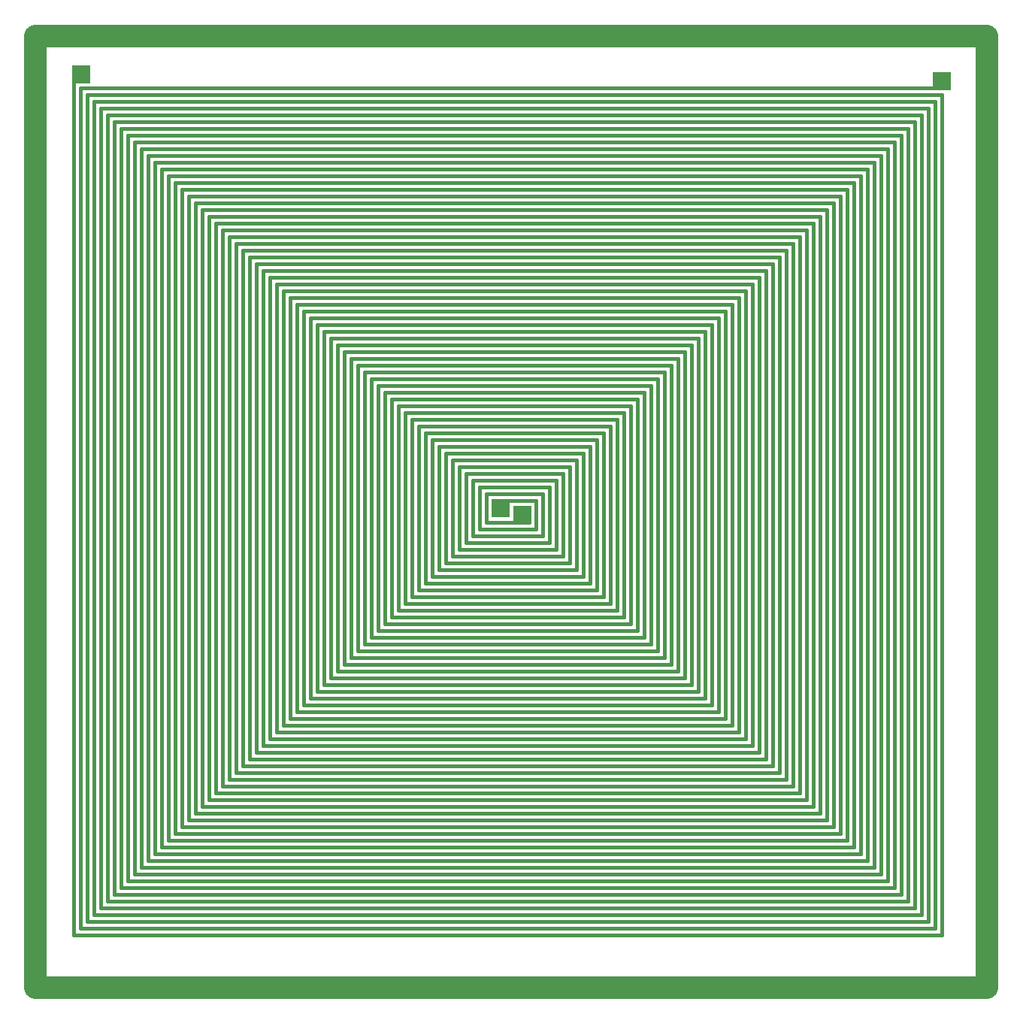
<source format=gbr>
G04 start of page 2 for group 0 idx 0 *
G04 Title: (unknown), component *
G04 Creator: pcb 1.99y *
G04 CreationDate: Mon Mar  9 18:38:30 2009 UTC *
G04 For: dj *
G04 Format: Gerber/RS-274X *
G04 PCB-Dimensions: 432000 432000 *
G04 PCB-Coordinate-Origin: lower left *
%MOIN*%
%FSLAX25Y25*%
%LNFRONT*%
%ADD11C,0.0150*%
%ADD12C,0.1000*%
%ADD13C,0.0200*%
%ADD14C,0.0300*%
G54D11*X199000Y205250D02*Y229750D01*
X196000Y202250D02*Y232750D01*
X193000Y199250D02*Y235750D01*
X190000Y196250D02*Y238750D01*
X187000Y193250D02*Y241750D01*
X184000Y190250D02*Y244750D01*
X181000Y187250D02*Y247750D01*
X178000Y184250D02*Y250750D01*
X175000Y181250D02*Y253750D01*
X172000Y178250D02*Y256750D01*
X169000Y175250D02*Y259750D01*
X166000Y172250D02*Y262750D01*
X163000Y169250D02*Y265750D01*
X160000Y166250D02*Y268750D01*
X157000Y163250D02*Y271750D01*
X154000Y160250D02*Y274750D01*
X151000Y157250D02*Y277750D01*
X148000Y154250D02*Y280750D01*
X145000Y151250D02*Y283750D01*
X142000Y148250D02*Y286750D01*
X139000Y145250D02*Y289750D01*
X136000Y142250D02*Y292750D01*
X133000Y139250D02*Y295750D01*
X130000Y136250D02*Y298750D01*
X127000Y133250D02*Y301750D01*
X124000Y130250D02*Y304750D01*
X121000Y127250D02*Y307750D01*
X118000Y124250D02*Y310750D01*
X115000Y121250D02*Y313750D01*
X112000Y118250D02*Y316750D01*
X109000Y115250D02*Y319750D01*
X106000Y112250D02*Y322750D01*
X103000Y109250D02*Y325750D01*
X100000Y106250D02*Y328750D01*
X97000Y103250D02*Y331750D01*
X94000Y100250D02*Y334750D01*
X91000Y97250D02*Y337750D01*
X88000Y94250D02*Y340750D01*
X85000Y91250D02*Y343750D01*
X82000Y88250D02*Y346750D01*
X79000Y85250D02*Y349750D01*
X76000Y82250D02*Y352750D01*
X73000Y79250D02*Y355750D01*
X70000Y76250D02*Y358750D01*
X67000Y73250D02*Y361750D01*
X64000Y70250D02*Y364750D01*
X61000Y67250D02*Y367750D01*
X58000Y64250D02*Y370750D01*
X55000Y61250D02*Y373750D01*
X52000Y58250D02*Y376750D01*
X49000Y55250D02*Y379750D01*
X46000Y52250D02*Y382750D01*
X43000Y49250D02*Y385750D01*
X40000Y46250D02*Y388750D01*
X37000Y43250D02*Y391750D01*
X34000Y40250D02*Y394750D01*
X31000Y37250D02*Y397750D01*
X28000Y34250D02*Y400750D01*
X25000Y31250D02*Y403750D01*
X22000Y28250D02*Y406750D01*
G54D12*X5000Y5000D02*Y427000D01*
G54D11*X199000Y205250D02*X230000D01*
X196000Y202250D02*X233000D01*
X193000Y199250D02*X236000D01*
X230000Y205250D02*Y223750D01*
X233000Y202250D02*Y226750D01*
X236000Y199250D02*Y229750D01*
X239000Y196250D02*Y232750D01*
X242000Y193250D02*Y235750D01*
X245000Y190250D02*Y238750D01*
X190000Y196250D02*X239000D01*
X187000Y193250D02*X242000D01*
X184000Y190250D02*X245000D01*
X181000Y187250D02*X248000D01*
X205000Y211250D02*Y223750D01*
X208000Y220750D02*X227000D01*
X202000Y208250D02*Y226750D01*
X205000Y223750D02*X230000D01*
X205000Y211250D02*X224000D01*
Y217750D01*
X202000Y208250D02*X227000D01*
Y220750D01*
X248000Y187250D02*Y241750D01*
X178000Y184250D02*X251000D01*
Y244750D01*
X175000Y181250D02*X254000D01*
X172000Y178250D02*X257000D01*
X169000Y175250D02*X260000D01*
X166000Y172250D02*X263000D01*
X163000Y169250D02*X266000D01*
X160000Y166250D02*X269000D01*
X157000Y163250D02*X272000D01*
X154000Y160250D02*X275000D01*
X151000Y157250D02*X278000D01*
X148000Y154250D02*X281000D01*
X145000Y151250D02*X284000D01*
X142000Y148250D02*X287000D01*
X202000Y226750D02*X233000D01*
X199000Y229750D02*X236000D01*
X196000Y232750D02*X239000D01*
X193000Y235750D02*X242000D01*
X190000Y238750D02*X245000D01*
X187000Y241750D02*X248000D01*
X184000Y244750D02*X251000D01*
X181000Y247750D02*X254000D01*
X178000Y250750D02*X257000D01*
X175000Y253750D02*X260000D01*
X172000Y256750D02*X263000D01*
X169000Y259750D02*X266000D01*
X166000Y262750D02*X269000D01*
X163000Y265750D02*X272000D01*
X160000Y268750D02*X275000D01*
X157000Y271750D02*X278000D01*
X154000Y274750D02*X281000D01*
X151000Y277750D02*X284000D01*
X148000Y280750D02*X287000D01*
X145000Y283750D02*X290000D01*
X142000Y286750D02*X293000D01*
X139000Y289750D02*X296000D01*
X136000Y292750D02*X299000D01*
X133000Y295750D02*X302000D01*
X130000Y298750D02*X305000D01*
X127000Y301750D02*X308000D01*
X124000Y304750D02*X311000D01*
X121000Y307750D02*X314000D01*
X118000Y310750D02*X317000D01*
X115000Y313750D02*X320000D01*
X112000Y316750D02*X323000D01*
X109000Y319750D02*X326000D01*
X254000Y181250D02*Y247750D01*
X257000Y178250D02*Y250750D01*
X260000Y175250D02*Y253750D01*
X263000Y172250D02*Y256750D01*
X266000Y169250D02*Y259750D01*
X269000Y166250D02*Y262750D01*
X272000Y163250D02*Y265750D01*
X275000Y160250D02*Y268750D01*
X278000Y157250D02*Y271750D01*
X281000Y154250D02*Y274750D01*
X284000Y151250D02*Y277750D01*
X287000Y148250D02*Y280750D01*
X290000Y145250D02*Y283750D01*
X293000Y142250D02*Y286750D01*
X296000Y139250D02*Y289750D01*
X299000Y136250D02*Y292750D01*
X302000Y133250D02*Y295750D01*
X305000Y130250D02*Y298750D01*
X308000Y127250D02*Y301750D01*
X311000Y124250D02*Y304750D01*
X314000Y121250D02*Y307750D01*
X317000Y118250D02*Y310750D01*
X320000Y115250D02*Y313750D01*
X323000Y112250D02*Y316750D01*
X326000Y109250D02*Y319750D01*
X329000Y106250D02*Y322750D01*
X332000Y103250D02*Y325750D01*
X335000Y100250D02*Y328750D01*
X338000Y97250D02*Y331750D01*
X341000Y94250D02*Y334750D01*
X344000Y91250D02*Y337750D01*
X347000Y88250D02*Y340750D01*
X350000Y85250D02*Y343750D01*
X353000Y82250D02*Y346750D01*
X356000Y79250D02*Y349750D01*
X359000Y76250D02*Y352750D01*
X362000Y73250D02*Y355750D01*
X365000Y70250D02*Y358750D01*
X368000Y67250D02*Y361750D01*
X371000Y64250D02*Y364750D01*
X374000Y61250D02*Y367750D01*
X377000Y58250D02*Y370750D01*
X380000Y55250D02*Y373750D01*
X383000Y52250D02*Y376750D01*
X386000Y49250D02*Y379750D01*
X389000Y46250D02*Y382750D01*
X392000Y43250D02*Y385750D01*
X395000Y40250D02*Y388750D01*
X398000Y37250D02*Y391750D01*
X401000Y34250D02*Y394750D01*
X404000Y31250D02*Y397750D01*
X407000Y28250D02*Y400750D01*
G54D12*X427000Y5000D02*Y427000D01*
G54D11*X139000Y145250D02*X290000D01*
X136000Y142250D02*X293000D01*
X133000Y139250D02*X296000D01*
X130000Y136250D02*X299000D01*
X127000Y133250D02*X302000D01*
X124000Y130250D02*X305000D01*
X121000Y127250D02*X308000D01*
X118000Y124250D02*X311000D01*
X115000Y121250D02*X314000D01*
X112000Y118250D02*X317000D01*
X109000Y115250D02*X320000D01*
X106000Y112250D02*X323000D01*
X103000Y109250D02*X326000D01*
X100000Y106250D02*X329000D01*
X97000Y103250D02*X332000D01*
X94000Y100250D02*X335000D01*
X91000Y97250D02*X338000D01*
X88000Y94250D02*X341000D01*
X85000Y91250D02*X344000D01*
X82000Y88250D02*X347000D01*
X79000Y85250D02*X350000D01*
X76000Y82250D02*X353000D01*
X73000Y79250D02*X356000D01*
X70000Y76250D02*X359000D01*
X67000Y73250D02*X362000D01*
X64000Y70250D02*X365000D01*
X61000Y67250D02*X368000D01*
X58000Y64250D02*X371000D01*
X55000Y61250D02*X374000D01*
X52000Y58250D02*X377000D01*
X49000Y55250D02*X380000D01*
X46000Y52250D02*X383000D01*
X43000Y49250D02*X386000D01*
X40000Y46250D02*X389000D01*
X37000Y43250D02*X392000D01*
X34000Y40250D02*X395000D01*
X31000Y37250D02*X398000D01*
X28000Y34250D02*X401000D01*
X25000Y31250D02*X404000D01*
X22000Y28250D02*X407000D01*
G54D12*X5000Y5000D02*X427000D01*
G54D11*X106000Y322750D02*X329000D01*
X103000Y325750D02*X332000D01*
X100000Y328750D02*X335000D01*
X97000Y331750D02*X338000D01*
X94000Y334750D02*X341000D01*
X91000Y337750D02*X344000D01*
X88000Y340750D02*X347000D01*
X85000Y343750D02*X350000D01*
X82000Y346750D02*X353000D01*
X79000Y349750D02*X356000D01*
X76000Y352750D02*X359000D01*
X73000Y355750D02*X362000D01*
X70000Y358750D02*X365000D01*
X67000Y361750D02*X368000D01*
X64000Y364750D02*X371000D01*
X61000Y367750D02*X374000D01*
X58000Y370750D02*X377000D01*
X55000Y373750D02*X380000D01*
X52000Y376750D02*X383000D01*
X49000Y379750D02*X386000D01*
X46000Y382750D02*X389000D01*
X43000Y385750D02*X392000D01*
X40000Y388750D02*X395000D01*
X37000Y391750D02*X398000D01*
X34000Y394750D02*X401000D01*
X31000Y397750D02*X404000D01*
X28000Y400750D02*X407000D01*
X25000Y403750D02*X410000D01*
G54D12*X5000Y427000D02*X427000D01*
G54D13*G36*
X207250Y221500D02*Y213500D01*
X215250D01*
Y221500D01*
X207250D01*
G37*
G36*
X216750Y218500D02*Y210500D01*
X224750D01*
Y218500D01*
X216750D01*
G37*
G36*
X21250Y414000D02*Y406000D01*
X29250D01*
Y414000D01*
X21250D01*
G37*
G36*
X402750Y411000D02*Y403000D01*
X410750D01*
Y411000D01*
X402750D01*
G37*
G54D14*M02*

</source>
